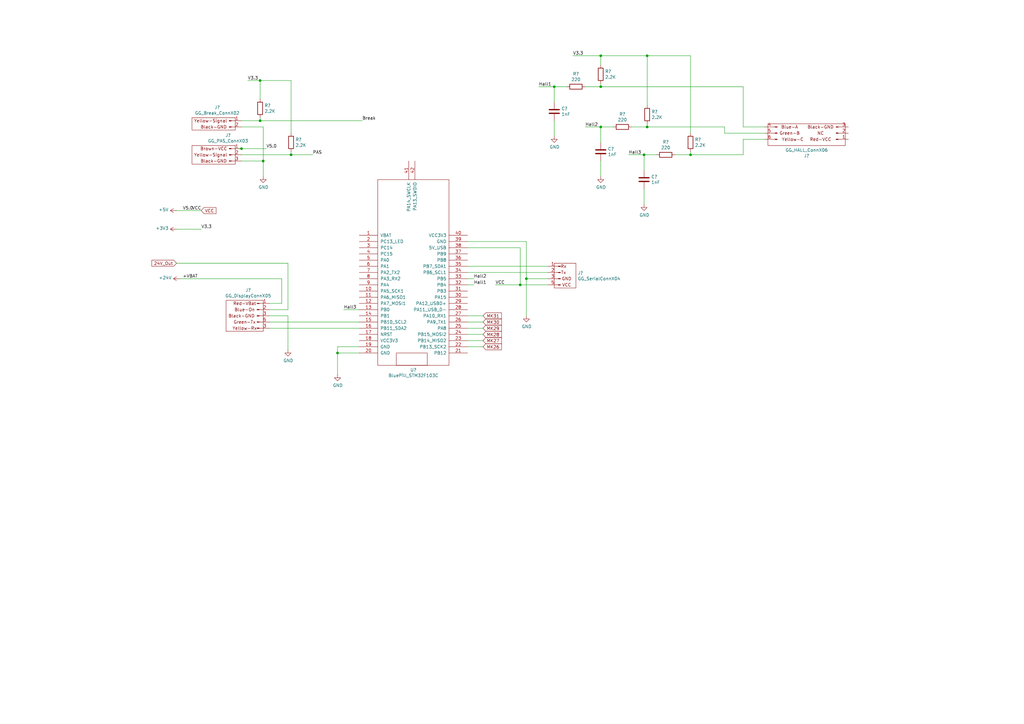
<source format=kicad_sch>
(kicad_sch (version 20211123) (generator eeschema)
  (paper "A3")
  (lib_symbols
    (symbol "ControllerLibrary:GG_Break_ConnX02" (pin_names (offset 1.016) hide)
      (property "Reference" "J" (at 0 5.08 0))
      (property "Value" "GG_Break_ConnX02" (at -5.08 -2.54 0))
      (symbol "GG_Break_ConnX02_0_0"
        (rectangle (start -15.24 3.81) (end 2.54 -1.27))
        (text "Black-GND" (at -6.35 0 0) (effects (font (size 1.27 1.27))))
        (text "Yellow-Signal" (at -7.62 2.54 0) (effects (font (size 1.27 1.27))))
      )
      (symbol "GG_Break_ConnX02_1_1"
        (polyline (pts (xy 1.27 0) (xy 0.8636 0)) (stroke (width 0.1524)))
        (polyline (pts (xy 1.27 2.54) (xy 0.8636 2.54)) (stroke (width 0.1524)))
        (rectangle (start 0.8636 0.127) (end 0 -0.127) (stroke (width 0.1524)) (fill (type outline)))
        (rectangle (start 0.8636 2.667) (end 0 2.413) (stroke (width 0.1524)) (fill (type outline)))
        (pin passive line (at 5.08 2.54 180) (length 3.81) (name "Pin_1") (number "1"))
        (pin passive line (at 5.08 0 180) (length 3.81) (name "Pin_2") (number "2"))
      )
    )
    (symbol "ControllerLibrary:GG_DisplayConnX05" (pin_names (offset 1.016) hide)
      (property "Reference" "J" (at 0 5.08 0))
      (property "Value" "GG_DisplayConnX05" (at -2.54 -10.16 0))
      (symbol "GG_DisplayConnX05_0_0"
        (rectangle (start -12.7 3.81) (end 2.54 -8.89))
        (text "Black-GND" (at -6.35 -2.54 0) (effects (font (size 1.27 1.27))))
        (text "Blue-On" (at -5.08 0 0) (effects (font (size 1.27 1.27))))
        (text "Green-Tx" (at -5.08 -5.08 0) (effects (font (size 1.27 1.27))))
        (text "Red-VBat" (at -5.08 2.54 0) (effects (font (size 1.27 1.27))))
        (text "Yellow-Rx" (at -5.08 -7.62 0) (effects (font (size 1.27 1.27))))
      )
      (symbol "GG_DisplayConnX05_1_1"
        (polyline (pts (xy 1.27 -7.62) (xy 0.8636 -7.62)) (stroke (width 0.1524)))
        (polyline (pts (xy 1.27 -5.08) (xy 0.8636 -5.08)) (stroke (width 0.1524)))
        (polyline (pts (xy 1.27 -2.54) (xy 0.8636 -2.54)) (stroke (width 0.1524)))
        (polyline (pts (xy 1.27 0) (xy 0.8636 0)) (stroke (width 0.1524)))
        (polyline (pts (xy 1.27 2.54) (xy 0.8636 2.54)) (stroke (width 0.1524)))
        (rectangle (start 0.8636 -7.493) (end 0 -7.747) (stroke (width 0.1524)) (fill (type outline)))
        (rectangle (start 0.8636 -4.953) (end 0 -5.207) (stroke (width 0.1524)) (fill (type outline)))
        (rectangle (start 0.8636 -2.413) (end 0 -2.667) (stroke (width 0.1524)) (fill (type outline)))
        (rectangle (start 0.8636 0.127) (end 0 -0.127) (stroke (width 0.1524)) (fill (type outline)))
        (rectangle (start 0.8636 2.667) (end 0 2.413) (stroke (width 0.1524)) (fill (type outline)))
        (pin passive line (at 5.08 2.54 180) (length 3.81) (name "Pin_1") (number "1"))
        (pin passive line (at 5.08 0 180) (length 3.81) (name "Pin_2") (number "2"))
        (pin passive line (at 5.08 -7.62 180) (length 3.81) (name "Pin_3") (number "3"))
        (pin passive line (at 5.08 -2.54 180) (length 3.81) (name "Pin_3") (number "3"))
        (pin passive line (at 5.08 -5.08 180) (length 3.81) (name "Pin_5") (number "5"))
      )
    )
    (symbol "ControllerLibrary:GG_HALL_ConnX06" (pin_names (offset 1.016) hide)
      (property "Reference" "J" (at 11.43 5.08 0))
      (property "Value" "GG_HALL_ConnX06" (at -2.54 -5.08 0))
      (symbol "GG_HALL_ConnX06_0_0"
        (rectangle (start -16.51 5.08) (end 15.24 -3.81))
        (text "Blue-A" (at 6.35 -2.54 0) (effects (font (size 1.27 1.27))))
        (text "Green-B" (at 6.35 0 0) (effects (font (size 1.27 1.27))))
        (text "Yellow-C" (at 5.08 2.54 0) (effects (font (size 1.27 1.27))))
      )
      (symbol "GG_HALL_ConnX06_1_1"
        (rectangle (start -13.5636 -2.413) (end -12.7 -2.667) (stroke (width 0.1524)) (fill (type outline)))
        (rectangle (start -13.5636 0.127) (end -12.7 -0.127) (stroke (width 0.1524)) (fill (type outline)))
        (rectangle (start -13.5636 2.667) (end -12.7 2.413) (stroke (width 0.1524)) (fill (type outline)))
        (polyline (pts (xy -13.97 -2.54) (xy -13.5636 -2.54)) (stroke (width 0.1524)))
        (polyline (pts (xy -13.97 0) (xy -13.5636 0)) (stroke (width 0.1524)))
        (polyline (pts (xy -13.97 2.54) (xy -13.5636 2.54)) (stroke (width 0.1524)))
        (polyline (pts (xy 12.7 -2.54) (xy 12.2936 -2.54)) (stroke (width 0.1524)))
        (polyline (pts (xy 12.7 0) (xy 12.2936 0)) (stroke (width 0.1524)))
        (polyline (pts (xy 12.7 2.54) (xy 12.2936 2.54)) (stroke (width 0.1524)))
        (rectangle (start 12.2936 -2.413) (end 11.43 -2.667) (stroke (width 0.1524)) (fill (type outline)))
        (rectangle (start 12.2936 0.127) (end 11.43 -0.127) (stroke (width 0.1524)) (fill (type outline)))
        (rectangle (start 12.2936 2.667) (end 11.43 2.413) (stroke (width 0.1524)) (fill (type outline)))
        (text "Black-GND" (at -6.35 -2.54 0) (effects (font (size 1.27 1.27))))
        (text "NC" (at -6.35 0 0) (effects (font (size 1.27 1.27))))
        (text "Red-VCC" (at -6.35 2.54 0) (effects (font (size 1.27 1.27))))
        (pin passive line (at -17.78 2.54 0) (length 3.81) (name "Pin_1") (number "1"))
        (pin passive line (at -17.78 0 0) (length 3.81) (name "Pin_2") (number "2"))
        (pin passive line (at -17.78 -2.54 0) (length 3.81) (name "Pin_3") (number "3"))
        (pin passive line (at 16.51 -2.54 180) (length 3.81) (name "Pin_4") (number "4"))
        (pin passive line (at 16.51 0 180) (length 3.81) (name "Pin_5") (number "5"))
        (pin passive line (at 16.51 2.54 180) (length 3.81) (name "Pin_6") (number "6"))
      )
    )
    (symbol "ControllerLibrary:GG_PAS_ConnX03" (pin_names (offset 1.016) hide)
      (property "Reference" "J" (at 0 5.08 0))
      (property "Value" "GG_PAS_ConnX03" (at -3.81 -5.08 0))
      (symbol "GG_PAS_ConnX03_0_0"
        (rectangle (start -15.24 3.81) (end 2.54 -3.81))
        (text "Black-GND" (at -6.35 -2.54 0) (effects (font (size 1.27 1.27))))
        (text "Brown-VCC" (at -6.35 2.54 0) (effects (font (size 1.27 1.27))))
        (text "Yellow-Signal" (at -7.62 0 0) (effects (font (size 1.27 1.27))))
      )
      (symbol "GG_PAS_ConnX03_1_1"
        (polyline (pts (xy 1.27 -2.54) (xy 0.8636 -2.54)) (stroke (width 0.1524)))
        (polyline (pts (xy 1.27 0) (xy 0.8636 0)) (stroke (width 0.1524)))
        (polyline (pts (xy 1.27 2.54) (xy 0.8636 2.54)) (stroke (width 0.1524)))
        (rectangle (start 0.8636 -2.413) (end 0 -2.667) (stroke (width 0.1524)) (fill (type outline)))
        (rectangle (start 0.8636 0.127) (end 0 -0.127) (stroke (width 0.1524)) (fill (type outline)))
        (rectangle (start 0.8636 2.667) (end 0 2.413) (stroke (width 0.1524)) (fill (type outline)))
        (pin passive line (at 5.08 2.54 180) (length 3.81) (name "Pin_1") (number "1"))
        (pin passive line (at 5.08 0 180) (length 3.81) (name "Pin_2") (number "2"))
        (pin passive line (at 5.08 -2.54 180) (length 3.81) (name "Pin_3") (number "3"))
      )
    )
    (symbol "ControllerLibrary:GG_SerialConnX04" (pin_names (offset 1.016) hide)
      (property "Reference" "J" (at 0 5.08 0))
      (property "Value" "GG_SerialConnX04" (at 0 -7.62 0))
      (symbol "GG_SerialConnX04_0_0"
        (rectangle (start -6.35 3.81) (end 2.54 -6.35))
        (text "GND" (at -2.54 -2.54 0) (effects (font (size 1.27 1.27))))
        (text "Rx" (at -1.27 2.54 0) (effects (font (size 1.27 1.27))))
        (text "Tx" (at -1.27 0 0) (effects (font (size 1.27 1.27))))
        (text "VCC" (at -2.54 -5.08 0) (effects (font (size 1.27 1.27))))
      )
      (symbol "GG_SerialConnX04_1_1"
        (polyline (pts (xy 1.27 -5.08) (xy 0.8636 -5.08)) (stroke (width 0.1524)))
        (polyline (pts (xy 1.27 -2.54) (xy 0.8636 -2.54)) (stroke (width 0.1524)))
        (polyline (pts (xy 1.27 0) (xy 0.8636 0)) (stroke (width 0.1524)))
        (polyline (pts (xy 1.27 2.54) (xy 0.8636 2.54)) (stroke (width 0.1524)))
        (rectangle (start 0.8636 -4.953) (end 0 -5.207) (stroke (width 0.1524)) (fill (type outline)))
        (rectangle (start 0.8636 -2.413) (end 0 -2.667) (stroke (width 0.1524)) (fill (type outline)))
        (rectangle (start 0.8636 0.127) (end 0 -0.127) (stroke (width 0.1524)) (fill (type outline)))
        (rectangle (start 0.8636 2.667) (end 0 2.413) (stroke (width 0.1524)) (fill (type outline)))
        (pin passive line (at 5.08 2.54 180) (length 3.81) (name "Pin_1") (number "1"))
        (pin passive line (at 5.08 0 180) (length 3.81) (name "Pin_2") (number "2"))
        (pin passive line (at 5.08 -2.54 180) (length 3.81) (name "Pin_3") (number "3"))
        (pin passive line (at 5.08 -5.08 180) (length 3.81) (name "Pin_5") (number "5"))
      )
    )
    (symbol "Device:C" (pin_numbers hide) (pin_names (offset 0.254))
      (property "Reference" "C" (at 0.635 2.54 0))
      (property "Value" "C" (at 0.635 -2.54 0))
      (symbol "C_0_1"
        (polyline (pts (xy -2.032 -0.762) (xy 2.032 -0.762)) (stroke (width 0.508)))
        (polyline (pts (xy -2.032 0.762) (xy 2.032 0.762)) (stroke (width 0.508)))
      )
      (symbol "C_1_1"
        (pin passive line (at 0 3.81 270) (length 2.794) (name "~") (number "1"))
        (pin passive line (at 0 -3.81 90) (length 2.794) (name "~") (number "2"))
      )
    )
    (symbol "Device:R" (pin_numbers hide) (pin_names (offset 0))
      (property "Reference" "R" (at 2.032 0 90))
      (property "Value" "R" (at 0 0 90))
      (symbol "R_0_1"
        (rectangle (start -1.016 -2.54) (end 1.016 2.54) (stroke (width 0.254)))
      )
      (symbol "R_1_1"
        (pin passive line (at 0 3.81 270) (length 1.27) (name "~") (number "1"))
        (pin passive line (at 0 -3.81 90) (length 1.27) (name "~") (number "2"))
      )
    )
    (symbol "bluepill_breakouts:BluePill_STM32F103C" (pin_names (offset 1.016))
      (property "Reference" "U" (at -11.43 -34.29 0))
      (property "Value" "BluePill_STM32F103C" (at 1.27 21.59 0))
      (symbol "BluePill_STM32F103C_0_1"
        (rectangle (start -6.35 -35.56) (end 6.35 -30.48))
      )
      (symbol "BluePill_STM32F103C_1_0"
        (rectangle (start -13.97 -35.56) (end 15.24 40.64))
      )
      (symbol "BluePill_STM32F103C_1_1"
        (pin power_in line (at -21.59 17.78 0) (length 7.62) (name "VBAT") (number "1"))
        (pin bidirectional line (at -21.59 -5.08 0) (length 7.62) (name "PA5_SCK1") (number "10"))
        (pin bidirectional line (at -21.59 -7.62 0) (length 7.62) (name "PA6_MISO1") (number "11"))
        (pin bidirectional line (at -21.59 -10.16 0) (length 7.62) (name "PA7_MOSI1") (number "12"))
        (pin bidirectional line (at -21.59 -12.7 0) (length 7.62) (name "PB0") (number "13"))
        (pin bidirectional line (at -21.59 -15.24 0) (length 7.62) (name "PB1") (number "14"))
        (pin bidirectional line (at -21.59 -17.78 0) (length 7.62) (name "PB10_SCL2") (number "15"))
        (pin bidirectional line (at -21.59 -20.32 0) (length 7.62) (name "PB11_SDA2") (number "16"))
        (pin input line (at -21.59 -22.86 0) (length 7.62) (name "NRST") (number "17"))
        (pin bidirectional line (at -21.59 -25.4 0) (length 7.62) (name "VCC3V3") (number "18"))
        (pin power_in line (at -21.59 -27.94 0) (length 7.62) (name "GND") (number "19"))
        (pin bidirectional line (at -21.59 15.24 0) (length 7.62) (name "PC13_LED") (number "2"))
        (pin power_in line (at -21.59 -30.48 0) (length 7.62) (name "GND") (number "20"))
        (pin bidirectional line (at 22.86 -30.48 180) (length 7.62) (name "PB12") (number "21"))
        (pin bidirectional line (at 22.86 -27.94 180) (length 7.62) (name "PB13_SCK2") (number "22"))
        (pin bidirectional line (at 22.86 -25.4 180) (length 7.62) (name "PB14_MISO2") (number "23"))
        (pin bidirectional line (at 22.86 -22.86 180) (length 7.62) (name "PB15_MOSI2") (number "24"))
        (pin bidirectional line (at 22.86 -20.32 180) (length 7.62) (name "PA8") (number "25"))
        (pin bidirectional line (at 22.86 -17.78 180) (length 7.62) (name "PA9_TX1") (number "26"))
        (pin bidirectional line (at 22.86 -15.24 180) (length 7.62) (name "PA10_RX1") (number "27"))
        (pin bidirectional line (at 22.86 -12.7 180) (length 7.62) (name "PA11_USB_D-") (number "28"))
        (pin bidirectional line (at 22.86 -10.16 180) (length 7.62) (name "PA12_USBD+") (number "29"))
        (pin bidirectional line (at -21.59 12.7 0) (length 7.62) (name "PC14") (number "3"))
        (pin bidirectional line (at 22.86 -7.62 180) (length 7.62) (name "PA15") (number "30"))
        (pin bidirectional line (at 22.86 -5.08 180) (length 7.62) (name "PB3") (number "31"))
        (pin bidirectional line (at 22.86 -2.54 180) (length 7.62) (name "PB4") (number "32"))
        (pin bidirectional line (at 22.86 0 180) (length 7.62) (name "PB5") (number "33"))
        (pin bidirectional line (at 22.86 2.54 180) (length 7.62) (name "PB6_SCL1") (number "34"))
        (pin bidirectional line (at 22.86 5.08 180) (length 7.62) (name "PB7_SDA1") (number "35"))
        (pin bidirectional line (at 22.86 7.62 180) (length 7.62) (name "PB8") (number "36"))
        (pin bidirectional line (at 22.86 10.16 180) (length 7.62) (name "PB9") (number "37"))
        (pin bidirectional line (at 22.86 12.7 180) (length 7.62) (name "5V_USB") (number "38"))
        (pin power_in line (at 22.86 15.24 180) (length 7.62) (name "GND") (number "39"))
        (pin bidirectional line (at -21.59 10.16 0) (length 7.62) (name "PC15") (number "4"))
        (pin bidirectional line (at 22.86 17.78 180) (length 7.62) (name "VCC3V3") (number "40"))
        (pin bidirectional line (at -1.27 48.26 270) (length 7.62) (name "PA14_SWCLK") (number "41"))
        (pin bidirectional line (at 1.27 48.26 270) (length 7.62) (name "PA13_SWDIO") (number "42"))
        (pin bidirectional line (at -21.59 7.62 0) (length 7.62) (name "PA0") (number "5"))
        (pin bidirectional line (at -21.59 5.08 0) (length 7.62) (name "PA1") (number "6"))
        (pin bidirectional line (at -21.59 2.54 0) (length 7.62) (name "PA2_TX2") (number "7"))
        (pin bidirectional line (at -21.59 0 0) (length 7.62) (name "PA3_RX2") (number "8"))
        (pin bidirectional line (at -21.59 -2.54 0) (length 7.62) (name "PA4") (number "9"))
      )
    )
    (symbol "power:+24V" (power) (pin_names (offset 0))
      (property "Value" "+24V" (at 0 3.556 0))
      (symbol "+24V_0_1"
        (polyline (pts (xy -0.762 1.27) (xy 0 2.54)))
        (polyline (pts (xy 0 0) (xy 0 2.54)))
        (polyline (pts (xy 0 2.54) (xy 0.762 1.27)))
      )
      (symbol "+24V_1_1"
        (pin power_in line (at 0 0 90) (length 0) hide (name "+24V") (number "1"))
      )
    )
    (symbol "power:+3.3V" (power) (pin_names (offset 0))
      (property "Value" "+3.3V" (at 0 3.556 0))
      (symbol "+3.3V_0_1"
        (polyline (pts (xy -0.762 1.27) (xy 0 2.54)))
        (polyline (pts (xy 0 0) (xy 0 2.54)))
        (polyline (pts (xy 0 2.54) (xy 0.762 1.27)))
      )
      (symbol "+3.3V_1_1"
        (pin power_in line (at 0 0 90) (length 0) hide (name "+3V3") (number "1"))
      )
    )
    (symbol "power:+5V" (power) (pin_names (offset 0))
      (property "Value" "+5V" (at 0 3.556 0))
      (symbol "+5V_0_1"
        (polyline (pts (xy -0.762 1.27) (xy 0 2.54)))
        (polyline (pts (xy 0 0) (xy 0 2.54)))
        (polyline (pts (xy 0 2.54) (xy 0.762 1.27)))
      )
      (symbol "+5V_1_1"
        (pin power_in line (at 0 0 90) (length 0) hide (name "+5V") (number "1"))
      )
    )
    (symbol "power:GND" (power) (pin_names (offset 0))
      (property "Value" "GND" (at 0 -3.81 0))
      (symbol "GND_0_1"
        (polyline (pts (xy 0 0) (xy 0 -1.27) (xy 1.27 -1.27) (xy 0 -2.54) (xy -1.27 -1.27) (xy 0 -1.27)))
      )
      (symbol "GND_1_1"
        (pin power_in line (at 0 0 270) (length 0) hide (name "GND") (number "1"))
      )
    )
  )
  (junction (at 246.38 52.07))
  (junction (at 246.38 22.86))
  (junction (at 119.38 63.5))
  (junction (at 265.43 52.07))
  (junction (at 265.43 22.86))
  (junction (at 107.95 66.04))
  (junction (at 99.06 60.96))
  (junction (at 227.33 35.56))
  (junction (at 138.43 144.78))
  (junction (at 213.36 116.84))
  (junction (at 106.68 49.53))
  (junction (at 264.16 63.5))
  (junction (at 246.38 35.56))
  (junction (at 283.21 63.5))
  (junction (at 215.9 114.3))
  (junction (at 106.68 33.02))
  (wire (pts (xy 191.77 99.06) (xy 215.9 99.06)))
  (wire (pts (xy 147.32 134.62) (xy 110.49 134.62)))
  (wire (pts (xy 297.18 54.61) (xy 297.18 52.07)))
  (wire (pts (xy 246.38 35.56) (xy 304.8 35.56)))
  (wire (pts (xy 198.12 132.08) (xy 191.77 132.08)))
  (wire (pts (xy 213.36 116.84) (xy 224.79 116.84)))
  (wire (pts (xy 251.46 52.07) (xy 246.38 52.07)))
  (wire (pts (xy 72.39 107.95) (xy 118.11 107.95)))
  (wire (pts (xy 264.16 63.5) (xy 264.16 69.85)))
  (wire (pts (xy 203.2 116.84) (xy 213.36 116.84)))
  (wire (pts (xy 227.33 35.56) (xy 227.33 41.91)))
  (wire (pts (xy 107.95 52.07) (xy 107.95 66.04)))
  (wire (pts (xy 246.38 52.07) (xy 246.38 58.42)))
  (wire (pts (xy 118.11 127) (xy 110.49 127)))
  (wire (pts (xy 82.55 86.36) (xy 72.39 86.36)))
  (wire (pts (xy 191.77 116.84) (xy 194.31 116.84)))
  (wire (pts (xy 119.38 63.5) (xy 128.27 63.5)))
  (wire (pts (xy 265.43 52.07) (xy 297.18 52.07)))
  (wire (pts (xy 220.98 35.56) (xy 227.33 35.56)))
  (wire (pts (xy 72.39 93.98) (xy 82.55 93.98)))
  (wire (pts (xy 283.21 63.5) (xy 283.21 62.23)))
  (wire (pts (xy 140.97 127) (xy 147.32 127)))
  (wire (pts (xy 304.8 52.07) (xy 313.69 52.07)))
  (wire (pts (xy 118.11 107.95) (xy 118.11 127)))
  (wire (pts (xy 110.49 124.46) (xy 115.57 124.46)))
  (wire (pts (xy 118.11 129.54) (xy 110.49 129.54)))
  (wire (pts (xy 215.9 99.06) (xy 215.9 114.3)))
  (wire (pts (xy 110.49 132.08) (xy 147.32 132.08)))
  (wire (pts (xy 119.38 62.23) (xy 119.38 63.5)))
  (wire (pts (xy 106.68 40.64) (xy 106.68 33.02)))
  (wire (pts (xy 138.43 144.78) (xy 138.43 142.24)))
  (wire (pts (xy 106.68 49.53) (xy 148.59 49.53)))
  (wire (pts (xy 246.38 72.39) (xy 246.38 66.04)))
  (wire (pts (xy 191.77 101.6) (xy 213.36 101.6)))
  (wire (pts (xy 115.57 114.3) (xy 73.66 114.3)))
  (wire (pts (xy 194.31 114.3) (xy 191.77 114.3)))
  (wire (pts (xy 99.06 63.5) (xy 119.38 63.5)))
  (wire (pts (xy 259.08 52.07) (xy 265.43 52.07)))
  (wire (pts (xy 227.33 55.88) (xy 227.33 49.53)))
  (wire (pts (xy 138.43 142.24) (xy 147.32 142.24)))
  (wire (pts (xy 115.57 124.46) (xy 115.57 114.3)))
  (wire (pts (xy 232.41 35.56) (xy 227.33 35.56)))
  (wire (pts (xy 97.79 60.96) (xy 99.06 60.96)))
  (wire (pts (xy 257.81 63.5) (xy 264.16 63.5)))
  (wire (pts (xy 191.77 109.22) (xy 224.79 109.22)))
  (wire (pts (xy 107.95 66.04) (xy 99.06 66.04)))
  (wire (pts (xy 198.12 137.16) (xy 191.77 137.16)))
  (wire (pts (xy 276.86 63.5) (xy 283.21 63.5)))
  (wire (pts (xy 99.06 60.96) (xy 109.22 60.96)))
  (wire (pts (xy 119.38 33.02) (xy 119.38 54.61)))
  (wire (pts (xy 265.43 22.86) (xy 283.21 22.86)))
  (wire (pts (xy 118.11 143.51) (xy 118.11 129.54)))
  (wire (pts (xy 264.16 83.82) (xy 264.16 77.47)))
  (wire (pts (xy 106.68 33.02) (xy 119.38 33.02)))
  (wire (pts (xy 191.77 129.54) (xy 198.12 129.54)))
  (wire (pts (xy 99.06 49.53) (xy 106.68 49.53)))
  (wire (pts (xy 246.38 35.56) (xy 246.38 34.29)))
  (wire (pts (xy 215.9 114.3) (xy 224.79 114.3)))
  (wire (pts (xy 313.69 54.61) (xy 297.18 54.61)))
  (wire (pts (xy 265.43 43.18) (xy 265.43 22.86)))
  (wire (pts (xy 283.21 22.86) (xy 283.21 54.61)))
  (wire (pts (xy 198.12 142.24) (xy 191.77 142.24)))
  (wire (pts (xy 213.36 101.6) (xy 213.36 116.84)))
  (wire (pts (xy 246.38 22.86) (xy 246.38 26.67)))
  (wire (pts (xy 234.95 22.86) (xy 246.38 22.86)))
  (wire (pts (xy 99.06 52.07) (xy 107.95 52.07)))
  (wire (pts (xy 304.8 57.15) (xy 313.69 57.15)))
  (wire (pts (xy 304.8 63.5) (xy 304.8 57.15)))
  (wire (pts (xy 138.43 153.67) (xy 138.43 144.78)))
  (wire (pts (xy 191.77 111.76) (xy 224.79 111.76)))
  (wire (pts (xy 283.21 63.5) (xy 304.8 63.5)))
  (wire (pts (xy 215.9 129.54) (xy 215.9 114.3)))
  (wire (pts (xy 240.03 35.56) (xy 246.38 35.56)))
  (wire (pts (xy 147.32 144.78) (xy 138.43 144.78)))
  (wire (pts (xy 191.77 139.7) (xy 198.12 139.7)))
  (wire (pts (xy 106.68 49.53) (xy 106.68 48.26)))
  (wire (pts (xy 265.43 52.07) (xy 265.43 50.8)))
  (wire (pts (xy 240.03 52.07) (xy 246.38 52.07)))
  (wire (pts (xy 246.38 22.86) (xy 265.43 22.86)))
  (wire (pts (xy 107.95 72.39) (xy 107.95 66.04)))
  (wire (pts (xy 269.24 63.5) (xy 264.16 63.5)))
  (wire (pts (xy 101.6 33.02) (xy 106.68 33.02)))
  (wire (pts (xy 304.8 35.56) (xy 304.8 52.07)))
  (wire (pts (xy 191.77 134.62) (xy 198.12 134.62)))
  (label "V5.0" (at 109.22 60.96 0))
  (label "V3.3" (at 82.55 93.98 0))
  (label "Hall1" (at 220.98 35.56 0))
  (label "V3.3" (at 234.95 22.86 0))
  (label "Break" (at 148.59 49.53 0))
  (label "Hall3" (at 257.81 63.5 0))
  (label "Hall1" (at 194.31 116.84 0))
  (label "+VBAT" (at 74.93 114.3 0))
  (label "Hall2" (at 240.03 52.07 0))
  (label "V5.0" (at 74.93 86.36 0))
  (label "V3.3" (at 101.6 33.02 0))
  (label "Hall2" (at 194.31 114.3 0))
  (label "VCC" (at 78.74 86.36 0))
  (label "Hall3" (at 140.97 127 0))
  (label "PAS" (at 128.27 63.5 0))
  (label "VCC" (at 203.2 116.84 0))
  (global_label "MK30" (shape input) (at 198.12 132.08 0) (property "Références Inter-Feuilles" "${INTERSHEET_REFS}" (effects hide)))
  (global_label "MK31" (shape input) (at 198.12 129.54 0) (property "Références Inter-Feuilles" "${INTERSHEET_REFS}" (effects hide)))
  (global_label "MK29" (shape input) (at 198.12 134.62 0) (property "Références Inter-Feuilles" "${INTERSHEET_REFS}" (effects hide)))
  (global_label "MK26" (shape input) (at 198.12 142.24 0) (property "Références Inter-Feuilles" "${INTERSHEET_REFS}" (effects hide)))
  (global_label "MK28" (shape input) (at 198.12 137.16 0) (property "Références Inter-Feuilles" "${INTERSHEET_REFS}" (effects hide)))
  (global_label "24V_Out" (shape input) (at 72.39 107.95 180) (property "Références Inter-Feuilles" "${INTERSHEET_REFS}" (effects hide)))
  (global_label "VCC" (shape input) (at 82.55 86.36 0) (property "Références Inter-Feuilles" "${INTERSHEET_REFS}" (effects hide)))
  (global_label "MK27" (shape input) (at 198.12 139.7 0) (property "Références Inter-Feuilles" "${INTERSHEET_REFS}" (effects hide)))
  (symbol (lib_id "bluepill_breakouts:BluePill_STM32F103C") (at 168.91 114.3 0) (unit 1)
    (property "Reference" "U?" (at 169.545 151.7142 0))
    (property "Value" "BluePill_STM32F103C" (at 169.545 154.0256 0))
    (property "Footprint" "BluePill_breakouts:BluePill_STM32F103C" (effects hide))
    (property "Datasheet" "www.rogerclark.net" (effects hide))
  )
  (symbol (lib_id "ControllerLibrary:GG_DisplayConnX05") (at 105.41 127 0) (unit 1)
    (property "Reference" "J?" (at 101.8032 118.999 0))
    (property "Value" "GG_DisplayConnX05" (at 101.8032 121.3104 0))
  )
  (symbol (lib_id "ControllerLibrary:GG_SerialConnX04") (at 229.87 111.76 0) (mirror y) (unit 1)
    (property "Reference" "J?" (at 236.9312 111.9886 0) (effects (justify right)))
    (property "Value" "GG_SerialConnX04" (at 236.9312 114.3 0) (effects (justify right)))
  )
  (symbol (lib_id "power:+5V") (at 72.39 86.36 90) (unit 1)
    (property "Reference" "#PWR?" (effects hide))
    (property "Value" "+5V" (at 69.1388 85.979 90) (effects (justify left)))
  )
  (symbol (lib_id "power:+3.3V") (at 72.39 93.98 90) (unit 1)
    (property "Reference" "#PWR?" (effects hide))
    (property "Value" "+3.3V" (at 69.1388 93.599 90) (effects (justify left)))
  )
  (symbol (lib_id "power:+24V") (at 73.66 114.3 90) (unit 1)
    (property "Reference" "#PWR?" (effects hide))
    (property "Value" "+24V" (at 70.4088 113.919 90) (effects (justify left)))
  )
  (symbol (lib_id "power:GND") (at 118.11 143.51 0) (unit 1)
    (property "Reference" "#PWR?" (effects hide))
    (property "Value" "GND" (at 118.237 147.9042 0))
  )
  (symbol (lib_id "power:GND") (at 215.9 129.54 0) (unit 1)
    (property "Reference" "#PWR?" (effects hide))
    (property "Value" "GND" (at 216.027 133.9342 0))
  )
  (symbol (lib_id "power:GND") (at 138.43 153.67 0) (unit 1)
    (property "Reference" "#PWR?" (effects hide))
    (property "Value" "GND" (at 138.557 158.0642 0))
  )
  (symbol (lib_id "ControllerLibrary:GG_PAS_ConnX03") (at 93.98 63.5 0) (unit 1)
    (property "Reference" "J?" (at 93.5482 55.499 0))
    (property "Value" "GG_PAS_ConnX03" (at 93.5482 57.8104 0))
  )
  (symbol (lib_id "ControllerLibrary:GG_Break_ConnX02") (at 93.98 52.07 0) (unit 1)
    (property "Reference" "J?" (at 89.1032 44.069 0))
    (property "Value" "GG_Break_ConnX02" (at 89.1032 46.3804 0))
  )
  (symbol (lib_id "ControllerLibrary:GG_HALL_ConnX06") (at 330.2 54.61 180) (unit 1)
    (property "Reference" "J?" (at 330.835 63.881 0))
    (property "Value" "GG_HALL_ConnX06" (at 330.835 61.5696 0))
  )
  (symbol (lib_id "Device:R") (at 255.27 52.07 270) (unit 1)
    (property "Reference" "R?" (at 255.27 46.8122 90))
    (property "Value" "220" (at 255.27 49.1236 90))
  )
  (symbol (lib_id "Device:R") (at 265.43 46.99 0) (unit 1)
    (property "Reference" "R?" (at 267.208 45.8216 0) (effects (justify left)))
    (property "Value" "2.2K" (at 267.208 48.133 0) (effects (justify left)))
  )
  (symbol (lib_id "Device:C") (at 246.38 62.23 0) (unit 1)
    (property "Reference" "C?" (at 249.301 61.0616 0) (effects (justify left)))
    (property "Value" "1nF" (at 249.301 63.373 0) (effects (justify left)))
  )
  (symbol (lib_id "power:GND") (at 246.38 72.39 0) (unit 1)
    (property "Reference" "#PWR?" (effects hide))
    (property "Value" "GND" (at 246.507 76.7842 0))
  )
  (symbol (lib_id "Device:R") (at 273.05 63.5 270) (unit 1)
    (property "Reference" "R?" (at 273.05 58.2422 90))
    (property "Value" "220" (at 273.05 60.5536 90))
  )
  (symbol (lib_id "Device:R") (at 283.21 58.42 0) (unit 1)
    (property "Reference" "R?" (at 284.988 57.2516 0) (effects (justify left)))
    (property "Value" "2.2K" (at 284.988 59.563 0) (effects (justify left)))
  )
  (symbol (lib_id "Device:C") (at 264.16 73.66 0) (unit 1)
    (property "Reference" "C?" (at 267.081 72.4916 0) (effects (justify left)))
    (property "Value" "1nF" (at 267.081 74.803 0) (effects (justify left)))
  )
  (symbol (lib_id "power:GND") (at 264.16 83.82 0) (unit 1)
    (property "Reference" "#PWR?" (effects hide))
    (property "Value" "GND" (at 264.287 88.2142 0))
  )
  (symbol (lib_id "Device:R") (at 236.22 35.56 270) (unit 1)
    (property "Reference" "R?" (at 236.22 30.3022 90))
    (property "Value" "220" (at 236.22 32.6136 90))
  )
  (symbol (lib_id "Device:R") (at 246.38 30.48 0) (unit 1)
    (property "Reference" "R?" (at 248.158 29.3116 0) (effects (justify left)))
    (property "Value" "2.2K" (at 248.158 31.623 0) (effects (justify left)))
  )
  (symbol (lib_id "Device:C") (at 227.33 45.72 0) (unit 1)
    (property "Reference" "C?" (at 230.251 44.5516 0) (effects (justify left)))
    (property "Value" "1nF" (at 230.251 46.863 0) (effects (justify left)))
  )
  (symbol (lib_id "power:GND") (at 227.33 55.88 0) (unit 1)
    (property "Reference" "#PWR?" (effects hide))
    (property "Value" "GND" (at 227.457 60.2742 0))
  )
  (symbol (lib_id "power:GND") (at 107.95 72.39 0) (unit 1)
    (property "Reference" "#PWR?" (effects hide))
    (property "Value" "GND" (at 108.077 76.7842 0))
  )
  (symbol (lib_id "Device:R") (at 119.38 58.42 0) (unit 1)
    (property "Reference" "R?" (at 121.158 57.2516 0) (effects (justify left)))
    (property "Value" "2.2K" (at 121.158 59.563 0) (effects (justify left)))
  )
  (symbol (lib_id "Device:R") (at 106.68 44.45 0) (unit 1)
    (property "Reference" "R?" (at 108.458 43.2816 0) (effects (justify left)))
    (property "Value" "2.2K" (at 108.458 45.593 0) (effects (justify left)))
  )
)
</source>
